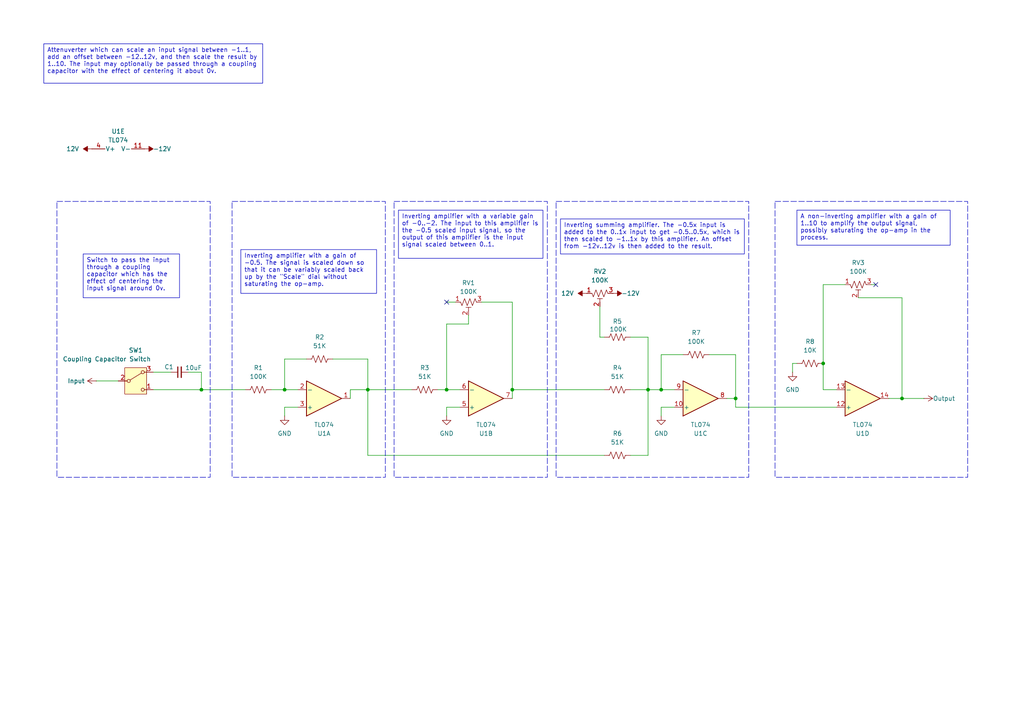
<source format=kicad_sch>
(kicad_sch (version 20231120) (generator "eeschema") (generator_version "8.0")
  (paper "A4")
  (lib_symbols
    (symbol "Amplifier_Operational:TL074" (pin_names (offset 0.127))
      (property "Reference" "U" (at 0 5.08 0))
      (property "Value" "TL074" (at 0 -5.08 0))
      (symbol "TL074_1_1"
        (polyline (pts (xy -5.08 5.08) (xy 5.08 0) (xy -5.08 -5.08) (xy -5.08 5.08)) (stroke (width 0.254)) (fill (type background)))
        (pin output line (at 7.62 0 180) (length 2.54) (name "~") (number "1"))
        (pin input line (at -7.62 -2.54 0) (length 2.54) (name "-") (number "2"))
        (pin input line (at -7.62 2.54 0) (length 2.54) (name "+") (number "3"))
      )
      (symbol "TL074_2_1"
        (polyline (pts (xy -5.08 5.08) (xy 5.08 0) (xy -5.08 -5.08) (xy -5.08 5.08)) (stroke (width 0.254)) (fill (type background)))
        (pin input line (at -7.62 2.54 0) (length 2.54) (name "+") (number "5"))
        (pin input line (at -7.62 -2.54 0) (length 2.54) (name "-") (number "6"))
        (pin output line (at 7.62 0 180) (length 2.54) (name "~") (number "7"))
      )
      (symbol "TL074_3_1"
        (polyline (pts (xy -5.08 5.08) (xy 5.08 0) (xy -5.08 -5.08) (xy -5.08 5.08)) (stroke (width 0.254)) (fill (type background)))
        (pin input line (at -7.62 2.54 0) (length 2.54) (name "+") (number "10"))
        (pin output line (at 7.62 0 180) (length 2.54) (name "~") (number "8"))
        (pin input line (at -7.62 -2.54 0) (length 2.54) (name "-") (number "9"))
      )
      (symbol "TL074_4_1"
        (polyline (pts (xy -5.08 5.08) (xy 5.08 0) (xy -5.08 -5.08) (xy -5.08 5.08)) (stroke (width 0.254)) (fill (type background)))
        (pin input line (at -7.62 2.54 0) (length 2.54) (name "+") (number "12"))
        (pin input line (at -7.62 -2.54 0) (length 2.54) (name "-") (number "13"))
        (pin output line (at 7.62 0 180) (length 2.54) (name "~") (number "14"))
      )
      (symbol "TL074_5_1"
        (pin power_in line (at -2.54 -7.62 90) (length 3.81) (name "V-") (number "11"))
        (pin power_in line (at -2.54 7.62 270) (length 3.81) (name "V+") (number "4"))
      )
    )
    (symbol "Device:C_Small" (pin_numbers hide) (pin_names (offset 0.254) hide)
      (property "Reference" "C" (at 0.254 1.778 0))
      (property "Value" "C_Small" (at 0.254 -2.032 0))
      (symbol "C_Small_0_1"
        (polyline (pts (xy -1.524 -0.508) (xy 1.524 -0.508)) (stroke (width 0.3302)))
        (polyline (pts (xy -1.524 0.508) (xy 1.524 0.508)) (stroke (width 0.3048)))
      )
      (symbol "C_Small_1_1"
        (pin passive line (at 0 2.54 270) (length 2.032) (name "~") (number "1"))
        (pin passive line (at 0 -2.54 90) (length 2.032) (name "~") (number "2"))
      )
    )
    (symbol "Device:R_Potentiometer_Trim_US" (pin_names (offset 1.016) hide)
      (property "Reference" "RV" (at -4.445 0 90))
      (property "Value" "R_Potentiometer_Trim_US" (at -2.54 0 90))
      (symbol "R_Potentiometer_Trim_US_0_1"
        (polyline (pts (xy 0 -2.286) (xy 0 -2.54)))
        (polyline (pts (xy 0 2.286) (xy 0 2.54)))
        (polyline (pts (xy 1.524 0.762) (xy 1.524 -0.762)))
        (polyline (pts (xy 2.54 0) (xy 1.524 0)))
        (polyline (pts (xy 0 -0.762) (xy 1.016 -1.143) (xy 0 -1.524) (xy -1.016 -1.905) (xy 0 -2.286)))
        (polyline (pts (xy 0 0.762) (xy 1.016 0.381) (xy 0 0) (xy -1.016 -0.381) (xy 0 -0.762)))
        (polyline (pts (xy 0 2.286) (xy 1.016 1.905) (xy 0 1.524) (xy -1.016 1.143) (xy 0 0.762)))
      )
      (symbol "R_Potentiometer_Trim_US_1_1"
        (pin passive line (at 0 3.81 270) (length 1.27) (name "1") (number "1"))
        (pin passive line (at 3.81 0 180) (length 1.27) (name "2") (number "2"))
        (pin passive line (at 0 -3.81 90) (length 1.27) (name "3") (number "3"))
      )
    )
    (symbol "Device:R_US" (pin_numbers hide) (pin_names (offset 0))
      (property "Reference" "R" (at 2.54 0 90))
      (property "Value" "R_US" (at -2.54 0 90))
      (symbol "R_US_0_1"
        (polyline (pts (xy 0 -2.286) (xy 0 -2.54)))
        (polyline (pts (xy 0 2.286) (xy 0 2.54)))
        (polyline (pts (xy 0 -0.762) (xy 1.016 -1.143) (xy 0 -1.524) (xy -1.016 -1.905) (xy 0 -2.286)))
        (polyline (pts (xy 0 0.762) (xy 1.016 0.381) (xy 0 0) (xy -1.016 -0.381) (xy 0 -0.762)))
        (polyline (pts (xy 0 2.286) (xy 1.016 1.905) (xy 0 1.524) (xy -1.016 1.143) (xy 0 0.762)))
      )
      (symbol "R_US_1_1"
        (pin passive line (at 0 3.81 270) (length 1.27) (name "~") (number "1"))
        (pin passive line (at 0 -3.81 90) (length 1.27) (name "~") (number "2"))
      )
    )
    (symbol "Switch:SW_Nidec_CAS-120A1" (pin_names (offset 1) hide)
      (property "Reference" "SW" (at 0 4.318 0))
      (property "Value" "SW_Nidec_CAS-120A1" (at 0 -5.08 0))
      (symbol "SW_Nidec_CAS-120A1_0_1"
        (circle (center -2.032 0) (radius 0.4572))
        (polyline (pts (xy -1.651 0.254) (xy 1.651 2.286)))
        (circle (center 2.032 -2.54) (radius 0.4572))
        (circle (center 2.032 2.54) (radius 0.4572))
      )
      (symbol "SW_Nidec_CAS-120A1_1_1"
        (rectangle (start -3.175 3.81) (end 3.175 -3.81) (fill (type background)))
        (pin passive line (at 5.08 -2.54 180) (length 2.54) (name "C") (number "1"))
        (pin passive line (at -5.08 0 0) (length 2.54) (name "B") (number "2"))
        (pin passive line (at 5.08 2.54 180) (length 2.54) (name "A") (number "3"))
      )
    )
    (symbol "power:-12V" (power) (pin_numbers hide) (pin_names (offset 0) hide)
      (property "Value" "-12V" (at 0 3.556 0))
      (symbol "-12V_0_0"
        (pin power_in line (at 0 0 90) (length 0) (name "~") (number "1"))
      )
      (symbol "-12V_0_1"
        (polyline (pts (xy 0 0) (xy 0 1.27) (xy 0.762 1.27) (xy 0 2.54) (xy -0.762 1.27) (xy 0 1.27)) (fill (type outline)))
      )
    )
    (symbol "power:GND" (power) (pin_numbers hide) (pin_names (offset 0) hide)
      (property "Value" "GND" (at 0 -3.81 0))
      (symbol "GND_0_1"
        (polyline (pts (xy 0 0) (xy 0 -1.27) (xy 1.27 -1.27) (xy 0 -2.54) (xy -1.27 -1.27) (xy 0 -1.27)))
      )
      (symbol "GND_1_1"
        (pin power_in line (at 0 0 270) (length 0) (name "~") (number "1"))
      )
    )
    (symbol "power:VAA" (power) (pin_numbers hide) (pin_names (offset 0) hide)
      (property "Value" "VAA" (at 0 3.556 0))
      (symbol "VAA_0_1"
        (polyline (pts (xy -0.762 1.27) (xy 0 2.54)))
        (polyline (pts (xy 0 0) (xy 0 2.54)))
        (polyline (pts (xy 0 2.54) (xy 0.762 1.27)))
      )
      (symbol "VAA_1_1"
        (pin power_in line (at 0 0 90) (length 0) (name "~") (number "1"))
      )
    )
  )
  (junction (at 82.55 113.03))
  (junction (at 187.96 113.03))
  (junction (at 238.76 105.41))
  (junction (at 129.54 113.03))
  (junction (at 58.42 113.03))
  (junction (at 261.62 115.57))
  (junction (at 148.59 113.03))
  (junction (at 191.77 113.03))
  (junction (at 106.68 113.03))
  (junction (at 213.36 115.57))
  (no_connect (at 129.54 87.63))
  (no_connect (at 254 82.55))
  (wire (pts (xy 175.26 132.08) (xy 106.68 132.08)))
  (wire (pts (xy 213.36 102.87) (xy 213.36 115.57)))
  (wire (pts (xy 96.52 104.14) (xy 106.68 104.14)))
  (wire (pts (xy 148.59 87.63) (xy 148.59 113.03)))
  (wire (pts (xy 198.12 102.87) (xy 191.77 102.87)))
  (wire (pts (xy 191.77 118.11) (xy 195.58 118.11)))
  (wire (pts (xy 129.54 93.98) (xy 129.54 113.03)))
  (wire (pts (xy 129.54 93.98) (xy 135.89 93.98)))
  (wire (pts (xy 82.55 118.11) (xy 82.55 120.65)))
  (wire (pts (xy 173.99 88.9) (xy 173.99 97.79)))
  (wire (pts (xy 187.96 113.03) (xy 187.96 132.08)))
  (wire (pts (xy 191.77 102.87) (xy 191.77 113.03)))
  (wire (pts (xy 101.6 115.57) (xy 101.6 113.03)))
  (wire (pts (xy 187.96 113.03) (xy 191.77 113.03)))
  (wire (pts (xy 86.36 118.11) (xy 82.55 118.11)))
  (wire (pts (xy 182.88 113.03) (xy 187.96 113.03)))
  (wire (pts (xy 213.36 115.57) (xy 210.82 115.57)))
  (wire (pts (xy 213.36 118.11) (xy 242.57 118.11)))
  (wire (pts (xy 44.45 113.03) (xy 58.42 113.03)))
  (wire (pts (xy 187.96 97.79) (xy 187.96 113.03)))
  (wire (pts (xy 238.76 105.41) (xy 238.76 113.03)))
  (wire (pts (xy 261.62 115.57) (xy 267.97 115.57)))
  (wire (pts (xy 182.88 132.08) (xy 187.96 132.08)))
  (wire (pts (xy 78.74 113.03) (xy 82.55 113.03)))
  (wire (pts (xy 248.92 86.36) (xy 261.62 86.36)))
  (wire (pts (xy 129.54 113.03) (xy 133.35 113.03)))
  (wire (pts (xy 261.62 86.36) (xy 261.62 115.57)))
  (wire (pts (xy 106.68 104.14) (xy 106.68 113.03)))
  (wire (pts (xy 257.81 115.57) (xy 261.62 115.57)))
  (wire (pts (xy 191.77 113.03) (xy 195.58 113.03)))
  (wire (pts (xy 82.55 104.14) (xy 88.9 104.14)))
  (wire (pts (xy 44.45 107.95) (xy 49.53 107.95)))
  (wire (pts (xy 106.68 113.03) (xy 119.38 113.03)))
  (wire (pts (xy 101.6 113.03) (xy 106.68 113.03)))
  (wire (pts (xy 238.76 82.55) (xy 238.76 105.41)))
  (wire (pts (xy 229.87 107.95) (xy 229.87 105.41)))
  (wire (pts (xy 148.59 115.57) (xy 148.59 113.03)))
  (wire (pts (xy 54.61 107.95) (xy 58.42 107.95)))
  (wire (pts (xy 106.68 132.08) (xy 106.68 113.03)))
  (wire (pts (xy 133.35 118.11) (xy 129.54 118.11)))
  (wire (pts (xy 252.73 82.55) (xy 254 82.55)))
  (wire (pts (xy 58.42 113.03) (xy 71.12 113.03)))
  (wire (pts (xy 127 113.03) (xy 129.54 113.03)))
  (wire (pts (xy 229.87 105.41) (xy 231.14 105.41)))
  (wire (pts (xy 205.74 102.87) (xy 213.36 102.87)))
  (wire (pts (xy 58.42 107.95) (xy 58.42 113.03)))
  (wire (pts (xy 129.54 87.63) (xy 132.08 87.63)))
  (wire (pts (xy 82.55 113.03) (xy 82.55 104.14)))
  (wire (pts (xy 82.55 113.03) (xy 86.36 113.03)))
  (wire (pts (xy 173.99 97.79) (xy 175.26 97.79)))
  (wire (pts (xy 129.54 118.11) (xy 129.54 120.65)))
  (wire (pts (xy 213.36 118.11) (xy 213.36 115.57)))
  (wire (pts (xy 135.89 93.98) (xy 135.89 91.44)))
  (wire (pts (xy 245.11 82.55) (xy 238.76 82.55)))
  (wire (pts (xy 27.94 110.49) (xy 34.29 110.49)))
  (wire (pts (xy 148.59 113.03) (xy 175.26 113.03)))
  (wire (pts (xy 191.77 120.65) (xy 191.77 118.11)))
  (wire (pts (xy 182.88 97.79) (xy 187.96 97.79)))
  (wire (pts (xy 238.76 113.03) (xy 242.57 113.03)))
  (wire (pts (xy 139.7 87.63) (xy 148.59 87.63)))
  (rectangle (start 114.3 58.42) (end 158.75 138.43) (stroke (width 0) (type dash)))
  (rectangle (start 16.51 58.42) (end 60.96 138.43) (stroke (width 0) (type dash)))
  (rectangle (start 161.29 58.42) (end 217.17 138.43) (stroke (width 0) (type dash)))
  (rectangle (start 224.79 58.42) (end 280.67 138.43) (stroke (width 0) (type dash)))
  (rectangle (start 67.31 58.42) (end 111.76 138.43) (stroke (width 0) (type dash)))
  (text_box "Inverting amplifier with a variable gain of -0..-2. The input to this amplifier is the -0.5 scaled input signal, so the output of this amplifier is the input signal scaled between 0..1." (at 115.57 60.96 0) (size 41.91 13.97) (effects (font (size 1.27 1.27)) (justify left top)))
  (text_box "Attenuverter which can scale an input signal between -1..1, add an offset between -12..12v, and then scale the result by 1..10. The input may optionally be passed through a coupling capacitor with the effect of centering it about 0v." (at 12.7 12.7 0) (size 63.5 11.43) (effects (font (size 1.27 1.27)) (justify left top)))
  (text_box "Switch to pass the input through a coupling capacitor which has the effect of centering the input signal around 0v." (at 24.13 73.66 0) (size 27.94 12.7) (effects (font (size 1.27 1.27)) (justify left top)))
  (text_box "Inverting amplifier with a gain of -0.5. The signal is scaled down so that it can be variably scaled back up by the \"Scale\" dial without saturating the op-amp." (at 69.85 72.39 0) (size 39.37 12.7) (effects (font (size 1.27 1.27)) (justify left top)))
  (text_box "A non-inverting amplifier with a gain of 1..10 to amplify the output signal, possibly saturating the op-amp in the process." (at 231.14 60.96 0) (size 44.45 10.16) (effects (font (size 1.27 1.27)) (justify left top)))
  (text_box "Inverting summing amplifier. The -0.5x input is added to the 0..1x input to get -0.5..0.5x, which is then scaled to -1..1x by this amplifier. An offset from -12v..12v is then added to the result." (at 162.56 63.5 0) (size 53.34 10.16) (effects (font (size 1.27 1.27)) (justify left top)))
  (symbol (lib_id "Amplifier_Operational:TL074") (at 93.98 115.57 0) (mirror x) (unit 1)
    (property "Reference" "U1" (at 93.98 125.73 0))
    (property "Value" "TL074" (at 93.98 123.19 0))
    (property "Datasheet" "http://www.ti.com/lit/ds/symlink/tl071.pdf" (effects (hide yes)))
    (property "Description" "Quad Low-Noise JFET-Input Operational Amplifiers, DIP-14/SOIC-14" (effects (hide yes)))
  )
  (symbol (lib_id "power:GND") (at 229.87 107.95 0) (unit 1)
    (property "Reference" "#PWR09" (effects (hide yes)))
    (property "Value" "GND" (at 229.87 113.03 0))
    (property "Description" "Power symbol creates a global label with name \"GND\" , ground" (effects (hide yes)))
  )
  (symbol (lib_id "Device:R_US") (at 234.95 105.41 90) (unit 1)
    (property "Reference" "R8" (at 234.95 99.06 90))
    (property "Value" "10K" (at 234.95 101.6 90))
    (property "Description" "Resistor, US symbol" (effects (hide yes)))
  )
  (symbol (lib_id "Amplifier_Operational:TL074") (at 140.97 115.57 0) (mirror x) (unit 2)
    (property "Reference" "U1" (at 140.97 125.73 0))
    (property "Value" "TL074" (at 140.97 123.19 0))
    (property "Datasheet" "http://www.ti.com/lit/ds/symlink/tl071.pdf" (effects (hide yes)))
    (property "Description" "Quad Low-Noise JFET-Input Operational Amplifiers, DIP-14/SOIC-14" (effects (hide yes)))
  )
  (symbol (lib_id "Device:R_US") (at 179.07 113.03 90) (unit 1)
    (property "Reference" "R4" (at 179.07 106.68 90))
    (property "Value" "51K" (at 179.07 109.22 90))
    (property "Description" "Resistor, US symbol" (effects (hide yes)))
  )
  (symbol (lib_id "Device:R_Potentiometer_Trim_US") (at 248.92 82.55 90) (mirror x) (unit 1)
    (property "Reference" "RV3" (at 248.92 76.2 90))
    (property "Value" "100K" (at 248.92 78.74 90))
    (property "Description" "Trim-potentiometer, US symbol" (effects (hide yes)))
  )
  (symbol (lib_id "Amplifier_Operational:TL074") (at 203.2 115.57 0) (mirror x) (unit 3)
    (property "Reference" "U1" (at 203.2 125.73 0))
    (property "Value" "TL074" (at 203.2 123.19 0))
    (property "Datasheet" "http://www.ti.com/lit/ds/symlink/tl071.pdf" (effects (hide yes)))
    (property "Description" "Quad Low-Noise JFET-Input Operational Amplifiers, DIP-14/SOIC-14" (effects (hide yes)))
  )
  (symbol (lib_id "power:-12V") (at 26.67 43.18 90) (unit 1)
    (property "Reference" "#PWR02" (effects (hide yes)))
    (property "Value" "12V" (at 21.082 43.18 90))
    (property "Description" "Power symbol creates a global label with name \"-12V\"" (effects (hide yes)))
  )
  (symbol (lib_id "Device:R_US") (at 74.93 113.03 90) (unit 1)
    (property "Reference" "R1" (at 74.93 106.68 90))
    (property "Value" "100K" (at 74.93 109.22 90))
    (property "Description" "Resistor, US symbol" (effects (hide yes)))
  )
  (symbol (lib_id "power:-12V") (at 177.8 85.09 270) (mirror x) (unit 1)
    (property "Reference" "#PWR06" (effects (hide yes)))
    (property "Value" "-12V" (at 182.88 85.09 90))
    (property "Description" "Power symbol creates a global label with name \"-12V\"" (effects (hide yes)))
  )
  (symbol (lib_id "power:GND") (at 191.77 120.65 0) (unit 1)
    (property "Reference" "#PWR08" (effects (hide yes)))
    (property "Value" "GND" (at 191.77 125.73 0))
    (property "Description" "Power symbol creates a global label with name \"GND\" , ground" (effects (hide yes)))
  )
  (symbol (lib_id "power:-12V") (at 41.91 43.18 270) (mirror x) (unit 1)
    (property "Reference" "#PWR03" (effects (hide yes)))
    (property "Value" "-12V" (at 46.99 43.18 90))
    (property "Description" "Power symbol creates a global label with name \"-12V\"" (effects (hide yes)))
  )
  (symbol (lib_id "Device:R_US") (at 179.07 132.08 90) (unit 1)
    (property "Reference" "R6" (at 179.07 125.73 90))
    (property "Value" "51K" (at 179.07 128.27 90))
    (property "Description" "Resistor, US symbol" (effects (hide yes)))
  )
  (symbol (lib_id "Device:R_US") (at 123.19 113.03 90) (unit 1)
    (property "Reference" "R3" (at 123.19 106.68 90))
    (property "Value" "51K" (at 123.19 109.22 90))
    (property "Description" "Resistor, US symbol" (effects (hide yes)))
  )
  (symbol (lib_id "power:VAA") (at 267.97 115.57 270) (unit 1)
    (property "Reference" "#PWR010" (effects (hide yes)))
    (property "Value" "Output" (at 273.812 115.57 90))
    (property "Description" "Power symbol creates a global label with name \"VAA\"" (effects (hide yes)))
  )
  (symbol (lib_id "power:GND") (at 82.55 120.65 0) (unit 1)
    (property "Reference" "#PWR04" (effects (hide yes)))
    (property "Value" "GND" (at 82.55 125.73 0))
    (property "Description" "Power symbol creates a global label with name \"GND\" , ground" (effects (hide yes)))
  )
  (symbol (lib_id "Device:R_US") (at 92.71 104.14 90) (unit 1)
    (property "Reference" "R2" (at 92.71 97.79 90))
    (property "Value" "51K" (at 92.71 100.33 90))
    (property "Description" "Resistor, US symbol" (effects (hide yes)))
  )
  (symbol (lib_id "Device:R_Potentiometer_Trim_US") (at 135.89 87.63 90) (mirror x) (unit 1)
    (property "Reference" "RV1" (at 135.89 82.042 90))
    (property "Value" "100K" (at 135.89 84.582 90))
    (property "Description" "Trim-potentiometer, US symbol" (effects (hide yes)))
  )
  (symbol (lib_id "power:GND") (at 129.54 120.65 0) (unit 1)
    (property "Reference" "#PWR05" (effects (hide yes)))
    (property "Value" "GND" (at 129.54 125.73 0))
    (property "Description" "Power symbol creates a global label with name \"GND\" , ground" (effects (hide yes)))
  )
  (symbol (lib_id "power:VAA") (at 27.94 110.49 90) (unit 1)
    (property "Reference" "#PWR01" (effects (hide yes)))
    (property "Value" "Input" (at 22.098 110.49 90))
    (property "Description" "Power symbol creates a global label with name \"VAA\"" (effects (hide yes)))
  )
  (symbol (lib_id "Device:C_Small") (at 52.07 107.95 90) (unit 1)
    (property "Reference" "C1" (at 49.022 106.426 90))
    (property "Value" "10uF" (at 56.134 106.68 90))
    (property "Description" "Unpolarized capacitor, small symbol" (effects (hide yes)))
  )
  (symbol (lib_id "Device:R_US") (at 179.07 97.79 90) (unit 1)
    (property "Reference" "R5" (at 179.07 93.218 90))
    (property "Value" "100K" (at 179.324 95.504 90))
    (property "Description" "Resistor, US symbol" (effects (hide yes)))
  )
  (symbol (lib_id "Device:R_Potentiometer_Trim_US") (at 173.99 85.09 90) (mirror x) (unit 1)
    (property "Reference" "RV2" (at 173.99 78.74 90))
    (property "Value" "100K" (at 173.99 81.28 90))
    (property "Description" "Trim-potentiometer, US symbol" (effects (hide yes)))
  )
  (symbol (lib_id "Device:R_US") (at 201.93 102.87 90) (unit 1)
    (property "Reference" "R7" (at 201.93 96.52 90))
    (property "Value" "100K" (at 201.93 99.06 90))
    (property "Description" "Resistor, US symbol" (effects (hide yes)))
  )
  (symbol (lib_id "Switch:SW_Nidec_CAS-120A1") (at 39.37 110.49 0) (unit 1)
    (property "Reference" "SW1" (at 39.37 101.6 0))
    (property "Value" "Coupling Capacitor Switch" (at 30.988 104.14 0))
    (property "Footprint" "Button_Switch_SMD:Nidec_Copal_CAS-120A" (effects (hide yes)))
    (property "Datasheet" "https://www.nidec-components.com/e/catalog/switch/cas.pdf" (effects (hide yes)))
    (property "Description" "Switch, single pole double throw" (effects (hide yes)))
  )
  (symbol (lib_id "Amplifier_Operational:TL074") (at 250.19 115.57 0) (mirror x) (unit 4)
    (property "Reference" "U1" (at 250.19 125.73 0))
    (property "Value" "TL074" (at 250.19 123.19 0))
    (property "Datasheet" "http://www.ti.com/lit/ds/symlink/tl071.pdf" (effects (hide yes)))
    (property "Description" "Quad Low-Noise JFET-Input Operational Amplifiers, DIP-14/SOIC-14" (effects (hide yes)))
  )
  (symbol (lib_id "power:-12V") (at 170.18 85.09 90) (unit 1)
    (property "Reference" "#PWR07" (effects (hide yes)))
    (property "Value" "12V" (at 164.592 85.09 90))
    (property "Description" "Power symbol creates a global label with name \"-12V\"" (effects (hide yes)))
  )
  (symbol (lib_id "Amplifier_Operational:TL074") (at 34.29 40.64 90) (unit 5)
    (property "Reference" "U1" (at 34.29 38.1 90))
    (property "Value" "TL074" (at 34.29 40.64 90))
    (property "Datasheet" "http://www.ti.com/lit/ds/symlink/tl071.pdf" (effects (hide yes)))
    (property "Description" "Quad Low-Noise JFET-Input Operational Amplifiers, DIP-14/SOIC-14" (effects (hide yes)))
  )
)
</source>
